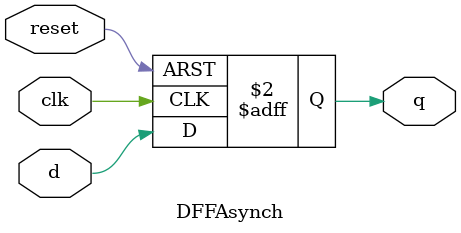
<source format=sv>
module DFFAsynch(
    input clk, reset, d,    // Inputs: clock, reset, and data
    output reg q            // Output: flip-flop state
);
    always @(posedge clk or posedge reset) begin
        if (reset)          // Asynchronous reset, active immediately
            q <= 0;
        else                // On clock edge, store d into q
            q <= d;
    end
endmodule

</source>
